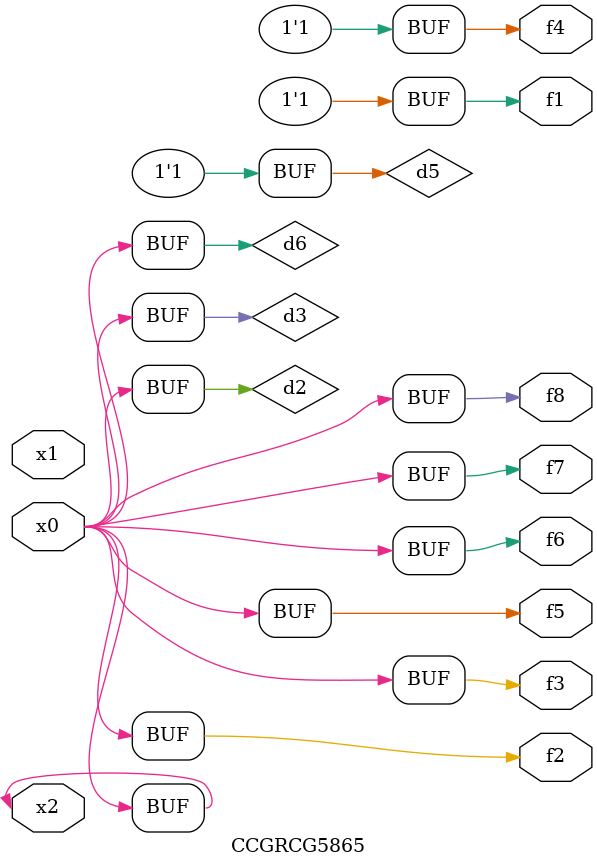
<source format=v>
module CCGRCG5865(
	input x0, x1, x2,
	output f1, f2, f3, f4, f5, f6, f7, f8
);

	wire d1, d2, d3, d4, d5, d6;

	xnor (d1, x2);
	buf (d2, x0, x2);
	and (d3, x0);
	xnor (d4, x1, x2);
	nand (d5, d1, d3);
	buf (d6, d2, d3);
	assign f1 = d5;
	assign f2 = d6;
	assign f3 = d6;
	assign f4 = d5;
	assign f5 = d6;
	assign f6 = d6;
	assign f7 = d6;
	assign f8 = d6;
endmodule

</source>
